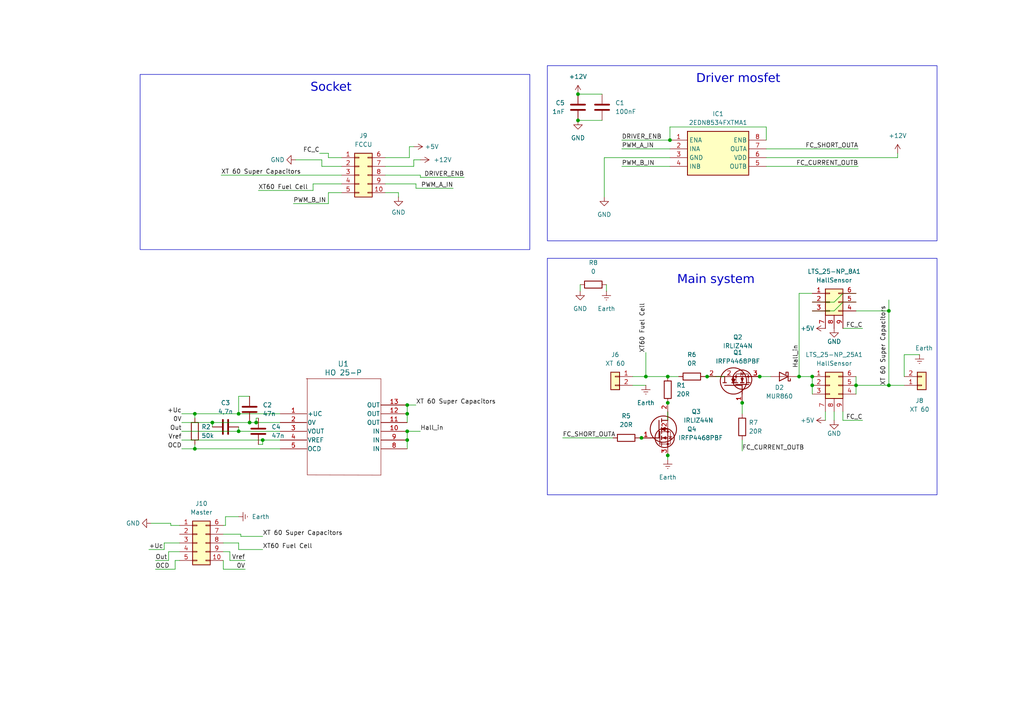
<source format=kicad_sch>
(kicad_sch (version 20250114) (generator "eeschema") (generator_version "9.0")
  (paper "A4")
  (lib_symbols
    (symbol "Connector_Generic:Conn_01x02" (pin_names (offset 1.016) (hide yes))
      (property "Reference" "J" (at 0 2.54 0))
      (property "Value" "Conn_01x02" (at 0 -5.08 0))
      (symbol "Conn_01x02_1_1"
        (rectangle (start -1.27 1.27) (end 1.27 -3.81) (stroke (width 0.254)) (fill (type background)))
        (rectangle (start -1.27 0.127) (end 0 -0.127) (stroke (width 0.1524)))
        (rectangle (start -1.27 -2.413) (end 0 -2.667) (stroke (width 0.1524)))
        (pin passive line (at -5.08 0 0) (length 3.81) (name "Pin_1") (number "1"))
        (pin passive line (at -5.08 -2.54 0) (length 3.81) (name "Pin_2") (number "2"))
      )
    )
    (symbol "Connector_Generic:Conn_02x03_Counter_Clockwise" (pin_names (offset 1.016) (hide yes))
      (property "Reference" "J10" (at 1.27 8.89 0))
      (property "Value" "HallSensor" (at 1.27 6.35 0))
      (symbol "Conn_02x03_Counter_Clockwise_1_1"
        (rectangle (start -1.27 3.81) (end 3.81 -3.81) (stroke (width 0.254)) (fill (type background)))
        (rectangle (start -1.27 2.667) (end 0 2.413) (stroke (width 0.1524)))
        (rectangle (start -1.27 0.127) (end 0 -0.127) (stroke (width 0.1524)))
        (rectangle (start -1.27 -2.413) (end 0 -2.667) (stroke (width 0.1524)))
        (rectangle (start 3.81 2.667) (end 2.54 2.413) (stroke (width 0.1524)))
        (rectangle (start 3.81 0.127) (end 2.54 -0.127) (stroke (width 0.1524)))
        (rectangle (start 3.81 -2.413) (end 2.54 -2.667) (stroke (width 0.1524)))
        (pin passive line (at -5.08 2.54 0) (length 3.81) (name "Pin_1") (number "1"))
        (pin passive line (at -5.08 0 0) (length 3.81) (name "Pin_2") (number "2"))
        (pin passive line (at -5.08 -2.54 0) (length 3.81) (name "Pin_3") (number "3"))
        (pin passive line (at -1.27 -7.62 90) (length 3.81) (name "OUT") (number "7"))
        (pin passive line (at 1.27 -7.62 90) (length 3.81) (name "0V") (number "8"))
        (pin passive line (at 3.81 -7.62 90) (length 3.81) (name "+5V") (number "9"))
        (pin passive line (at 7.62 2.54 180) (length 3.81) (name "Pin_6") (number "6"))
        (pin passive line (at 7.62 0 180) (length 3.81) (name "Pin_5") (number "5"))
        (pin passive line (at 7.62 -2.54 180) (length 3.81) (name "Pin_4") (number "4"))
      )
    )
    (symbol "Connector_Generic:Conn_02x05_Top_Bottom" (pin_names (offset 1.016) (hide yes))
      (property "Reference" "J" (at 1.27 7.62 0))
      (property "Value" "Conn_02x05_Top_Bottom" (at 1.27 -7.62 0))
      (symbol "Conn_02x05_Top_Bottom_1_1"
        (rectangle (start -1.27 6.35) (end 3.81 -6.35) (stroke (width 0.254)) (fill (type background)))
        (rectangle (start -1.27 5.207) (end 0 4.953) (stroke (width 0.1524)))
        (rectangle (start -1.27 2.667) (end 0 2.413) (stroke (width 0.1524)))
        (rectangle (start -1.27 0.127) (end 0 -0.127) (stroke (width 0.1524)))
        (rectangle (start -1.27 -2.413) (end 0 -2.667) (stroke (width 0.1524)))
        (rectangle (start -1.27 -4.953) (end 0 -5.207) (stroke (width 0.1524)))
        (rectangle (start 3.81 5.207) (end 2.54 4.953) (stroke (width 0.1524)))
        (rectangle (start 3.81 2.667) (end 2.54 2.413) (stroke (width 0.1524)))
        (rectangle (start 3.81 0.127) (end 2.54 -0.127) (stroke (width 0.1524)))
        (rectangle (start 3.81 -2.413) (end 2.54 -2.667) (stroke (width 0.1524)))
        (rectangle (start 3.81 -4.953) (end 2.54 -5.207) (stroke (width 0.1524)))
        (pin passive line (at -5.08 5.08 0) (length 3.81) (name "Pin_1") (number "1"))
        (pin passive line (at -5.08 2.54 0) (length 3.81) (name "Pin_2") (number "2"))
        (pin passive line (at -5.08 0 0) (length 3.81) (name "Pin_3") (number "3"))
        (pin passive line (at -5.08 -2.54 0) (length 3.81) (name "Pin_4") (number "4"))
        (pin passive line (at -5.08 -5.08 0) (length 3.81) (name "Pin_5") (number "5"))
        (pin passive line (at 7.62 5.08 180) (length 3.81) (name "Pin_6") (number "6"))
        (pin passive line (at 7.62 2.54 180) (length 3.81) (name "Pin_7") (number "7"))
        (pin passive line (at 7.62 0 180) (length 3.81) (name "Pin_8") (number "8"))
        (pin passive line (at 7.62 -2.54 180) (length 3.81) (name "Pin_9") (number "9"))
        (pin passive line (at 7.62 -5.08 180) (length 3.81) (name "Pin_10") (number "10"))
      )
    )
    (symbol "Device:C" (pin_numbers (hide yes)) (pin_names (offset 0.254))
      (property "Reference" "C" (at 0.635 2.54 0))
      (property "Value" "C" (at 0.635 -2.54 0))
      (symbol "C_0_1"
        (polyline (pts (xy -2.032 0.762) (xy 2.032 0.762)) (stroke (width 0.508)))
        (polyline (pts (xy -2.032 -0.762) (xy 2.032 -0.762)) (stroke (width 0.508)))
      )
      (symbol "C_1_1"
        (pin passive line (at 0 3.81 270) (length 2.794) (name "~") (number "1"))
        (pin passive line (at 0 -3.81 90) (length 2.794) (name "~") (number "2"))
      )
    )
    (symbol "Device:R" (pin_numbers (hide yes)) (pin_names (offset 0))
      (property "Reference" "R" (at 2.032 0 90))
      (property "Value" "R" (at 0 0 90))
      (symbol "R_0_1"
        (rectangle (start -1.016 -2.54) (end 1.016 2.54) (stroke (width 0.254)))
      )
      (symbol "R_1_1"
        (pin passive line (at 0 3.81 270) (length 1.27) (name "~") (number "1"))
        (pin passive line (at 0 -3.81 90) (length 1.27) (name "~") (number "2"))
      )
    )
    (symbol "Diode:C3D02060A" (pin_numbers (hide yes)) (pin_names (offset 1.016) (hide yes))
      (property "Reference" "D" (at 0 2.54 0))
      (property "Value" "C3D02060A" (at 0 -2.54 0))
      (symbol "C3D02060A_0_1"
        (polyline (pts (xy -1.905 0.635) (xy -1.905 1.27) (xy -1.27 1.27) (xy -1.27 -1.27) (xy -0.635 -1.27) (xy -0.635 -0.635)) (stroke (width 0.254)))
        (polyline (pts (xy 1.27 1.27) (xy 1.27 -1.27) (xy -1.27 0) (xy 1.27 1.27)) (stroke (width 0.254)))
        (polyline (pts (xy 1.27 0) (xy -1.27 0)))
      )
      (symbol "C3D02060A_1_1"
        (pin passive line (at -3.81 0 0) (length 2.54) (name "K") (number "1"))
        (pin passive line (at 3.81 0 180) (length 2.54) (name "A") (number "2"))
      )
    )
    (symbol "Driver mosfet Michał:2EDN8534FXTMA1"
      (property "Reference" "IC" (at 24.13 7.62 0))
      (property "Value" "2EDN8534FXTMA1" (at 24.13 5.08 0))
      (symbol "2EDN8534FXTMA1_1_1"
        (rectangle (start 5.08 2.54) (end 22.86 -10.16) (stroke (width 0.254)) (fill (type background)))
        (pin passive line (at 0 0 0) (length 5.08) (name "ENA") (number "1"))
        (pin passive line (at 0 -2.54 0) (length 5.08) (name "INA") (number "2"))
        (pin passive line (at 0 -5.08 0) (length 5.08) (name "GND") (number "3"))
        (pin passive line (at 0 -7.62 0) (length 5.08) (name "INB") (number "4"))
        (pin passive line (at 27.94 0 180) (length 5.08) (name "ENB") (number "8"))
        (pin passive line (at 27.94 -2.54 180) (length 5.08) (name "OUTA") (number "7"))
        (pin passive line (at 27.94 -5.08 180) (length 5.08) (name "VDD") (number "6"))
        (pin passive line (at 27.94 -7.62 180) (length 5.08) (name "OUTB") (number "5"))
      )
    )
    (symbol "GND_2" (power) (pin_numbers (hide yes)) (pin_names (offset 0) (hide yes))
      (property "Value" "GND" (at 0 -3.81 0))
      (symbol "GND_2_0_1"
        (polyline (pts (xy 0 0) (xy 0 -1.27) (xy 1.27 -1.27) (xy 0 -2.54) (xy -1.27 -1.27) (xy 0 -1.27)))
      )
      (symbol "GND_2_1_1"
        (pin power_in line (at 0 0 270) (length 0) (name "~") (number "1"))
      )
    )
    (symbol "IRFP4468PBF:IRFP4468PBF" (pin_names (hide yes))
      (property "Reference" "Q" (at 11.43 3.81 0))
      (property "Value" "IRFP4468PBF" (at 11.43 1.27 0))
      (symbol "IRFP4468PBF_1_1"
        (polyline (pts (xy 2.54 0) (xy 5.08 0)) (stroke (width 0.254)))
        (polyline (pts (xy 5.08 5.08) (xy 5.08 0)) (stroke (width 0.254)))
        (polyline (pts (xy 5.842 5.588) (xy 5.842 4.572)) (stroke (width 0.254)))
        (polyline (pts (xy 5.842 2.54) (xy 6.858 3.048) (xy 6.858 2.032) (xy 5.842 2.54)) (stroke (width 0.254)) (fill (type outline)))
        (polyline (pts (xy 5.842 2.032) (xy 5.842 3.048)) (stroke (width 0.254)))
        (polyline (pts (xy 5.842 0) (xy 7.62 0)) (stroke (width 0.254)))
        (polyline (pts (xy 5.842 -0.508) (xy 5.842 0.508)) (stroke (width 0.254)))
        (circle (center 6.35 2.54) (radius 3.81) (stroke (width 0.254)))
        (polyline (pts (xy 7.62 5.08) (xy 5.842 5.08)) (stroke (width 0.254)))
        (polyline (pts (xy 7.62 5.08) (xy 7.62 7.62)) (stroke (width 0.254)))
        (polyline (pts (xy 7.62 2.54) (xy 5.842 2.54)) (stroke (width 0.254)))
        (polyline (pts (xy 7.62 2.54) (xy 7.62 -2.54)) (stroke (width 0.254)))
        (pin passive line (at 0 0 0) (length 2.54) (name "G") (number "1"))
        (pin passive line (at 7.62 10.16 270) (length 2.54) (name "D") (number "2"))
        (pin passive line (at 7.62 -5.08 90) (length 2.54) (name "S") (number "3"))
      )
    )
    (symbol "LEM HO-25-p:HO_25-P" (pin_names (offset 0.254))
      (property "Reference" "U1" (at 62.738 11.938 0))
      (property "Value" "HO 25-P" (at 62.738 9.398 0))
      (symbol "HO_25-P_0_1"
        (polyline (pts (xy 52.2732 7.7216) (xy 52.2732 -20.2184)) (stroke (width 0.127)))
        (polyline (pts (xy 52.2732 -20.2692) (xy 73.66 -20.32)) (stroke (width 0.127)))
        (polyline (pts (xy 73.66 7.62) (xy 51.9684 7.62)) (stroke (width 0.127)))
        (polyline (pts (xy 73.66 -20.32) (xy 73.66 7.62)) (stroke (width 0.127)))
        (pin unspecified line (at 44.45 -2.54 0) (length 7.62) (name "+UC") (number "1"))
        (pin power_out line (at 44.45 -5.08 0) (length 7.62) (name "0V") (number "2"))
        (pin output line (at 44.45 -7.62 0) (length 7.62) (name "VOUT") (number "3"))
        (pin power_in line (at 44.45 -10.16 0) (length 7.62) (name "VREF") (number "4"))
        (pin unspecified line (at 44.45 -12.7 0) (length 7.62) (name "OCD") (number "5"))
        (pin output line (at 81.28 0 180) (length 7.62) (name "OUT") (number "13"))
        (pin output line (at 81.28 -2.54 180) (length 7.62) (name "OUT") (number "12"))
        (pin output line (at 81.28 -5.08 180) (length 7.62) (name "OUT") (number "11"))
        (pin input line (at 81.28 -7.62 180) (length 7.62) (name "IN") (number "10"))
        (pin input line (at 81.28 -10.16 180) (length 7.62) (name "IN") (number "9"))
        (pin input line (at 81.28 -12.7 180) (length 7.62) (name "IN") (number "8"))
      )
    )
    (symbol "Transistor_FET:IRLIZ44N" (pin_names (hide yes))
      (property "Reference" "Q" (at 5.08 1.905 0))
      (property "Value" "IRLIZ44N" (at 5.08 0 0))
      (symbol "IRLIZ44N_0_1"
        (polyline (pts (xy 0.254 1.905) (xy 0.254 -1.905)) (stroke (width 0.254)))
        (polyline (pts (xy 0.254 0) (xy -2.54 0)))
        (polyline (pts (xy 0.762 2.286) (xy 0.762 1.27)) (stroke (width 0.254)))
        (polyline (pts (xy 0.762 0.508) (xy 0.762 -0.508)) (stroke (width 0.254)))
        (polyline (pts (xy 0.762 -1.27) (xy 0.762 -2.286)) (stroke (width 0.254)))
        (polyline (pts (xy 0.762 -1.778) (xy 3.302 -1.778) (xy 3.302 1.778) (xy 0.762 1.778)))
        (polyline (pts (xy 1.016 0) (xy 2.032 0.381) (xy 2.032 -0.381) (xy 1.016 0)) (fill (type outline)))
        (circle (center 1.651 0) (radius 2.794) (stroke (width 0.254)))
        (polyline (pts (xy 2.54 2.54) (xy 2.54 1.778)))
        (circle (center 2.54 1.778) (radius 0.254) (fill (type outline)))
        (circle (center 2.54 -1.778) (radius 0.254) (fill (type outline)))
        (polyline (pts (xy 2.54 -2.54) (xy 2.54 0) (xy 0.762 0)))
        (polyline (pts (xy 2.794 0.508) (xy 2.921 0.381) (xy 3.683 0.381) (xy 3.81 0.254)))
        (polyline (pts (xy 3.302 0.381) (xy 2.921 -0.254) (xy 3.683 -0.254) (xy 3.302 0.381)))
      )
      (symbol "IRLIZ44N_1_1"
        (pin input line (at -5.08 0 0) (length 2.54) (name "G") (number "1"))
        (pin passive line (at 2.54 5.08 270) (length 2.54) (name "D") (number "2"))
        (pin passive line (at 2.54 -5.08 90) (length 2.54) (name "S") (number "3"))
      )
    )
    (symbol "power:+12V" (power) (pin_numbers (hide yes)) (pin_names (offset 0) (hide yes))
      (property "Value" "+12V" (at 0 3.556 0))
      (symbol "+12V_0_1"
        (polyline (pts (xy -0.762 1.27) (xy 0 2.54)))
        (polyline (pts (xy 0 2.54) (xy 0.762 1.27)))
        (polyline (pts (xy 0 0) (xy 0 2.54)))
      )
      (symbol "+12V_1_1"
        (pin power_in line (at 0 0 90) (length 0) (name "~") (number "1"))
      )
    )
    (symbol "power:+5V" (power) (pin_numbers (hide yes)) (pin_names (offset 0) (hide yes))
      (property "Value" "+5V" (at 0 3.556 0))
      (symbol "+5V_0_1"
        (polyline (pts (xy -0.762 1.27) (xy 0 2.54)))
        (polyline (pts (xy 0 2.54) (xy 0.762 1.27)))
        (polyline (pts (xy 0 0) (xy 0 2.54)))
      )
      (symbol "+5V_1_1"
        (pin power_in line (at 0 0 90) (length 0) (name "~") (number "1"))
      )
    )
    (symbol "power:Earth" (power) (pin_numbers (hide yes)) (pin_names (offset 0) (hide yes))
      (property "Value" "Earth" (at 0 -3.81 0))
      (symbol "Earth_0_1"
        (polyline (pts (xy -0.635 -1.905) (xy 0.635 -1.905)))
        (polyline (pts (xy -0.127 -2.54) (xy 0.127 -2.54)))
        (polyline (pts (xy 0 -1.27) (xy 0 0)))
        (polyline (pts (xy 1.27 -1.27) (xy -1.27 -1.27)))
      )
      (symbol "Earth_1_1"
        (pin power_in line (at 0 0 270) (length 0) (name "~") (number "1"))
      )
    )
  )
  (rectangle (start 158.75 19.05) (end 271.78 69.85))
  (rectangle (start 158.75 74.93) (end 271.78 143.51))
  (rectangle (start 40.64 21.59) (end 153.67 72.39))
  (text "Socket" (at 96.012 26.162 0) (effects (font (size 2.54 2.54))))
  (text "Main system" (at 207.645 81.915 0) (effects (font (size 2.54 2.54))))
  (text "Driver mosfet" (at 214.122 23.622 0) (effects (font (size 2.54 2.54))))
  (junction (at 61.595 122.555))
  (junction (at 118.11 125.095))
  (junction (at 69.215 125.095))
  (junction (at 220.345 109.22))
  (junction (at 248.285 111.76))
  (junction (at 205.105 109.22))
  (junction (at 215.265 116.84))
  (junction (at 194.31 40.64))
  (junction (at 167.64 34.925))
  (junction (at 118.11 117.475))
  (junction (at 193.675 109.22))
  (junction (at 235.585 111.76))
  (junction (at 231.775 109.22))
  (junction (at 56.515 120.015))
  (junction (at 56.515 130.175))
  (junction (at 76.2 127.635))
  (junction (at 193.675 132.08))
  (junction (at 167.64 27.305))
  (junction (at 193.675 116.84))
  (junction (at 74.295 122.555))
  (junction (at 118.11 120.015))
  (junction (at 257.81 111.76))
  (junction (at 72.39 122.555))
  (junction (at 187.325 109.22))
  (junction (at 235.585 109.22))
  (junction (at 257.81 90.17))
  (junction (at 118.11 127.635))
  (junction (at 186.055 127))
  (junction (at 69.215 120.015))
  (wire (pts (xy 120.65 53.34) (xy 111.76 53.34)))
  (wire (pts (xy 163.195 127) (xy 177.8 127)))
  (wire (pts (xy 194.31 40.64) (xy 194.31 36.83)))
  (wire (pts (xy 69.215 120.015) (xy 81.28 120.015)))
  (wire (pts (xy 115.57 55.88) (xy 111.76 55.88)))
  (wire (pts (xy 248.285 87.63) (xy 244.475 87.63)))
  (wire (pts (xy 168.275 82.55) (xy 168.275 84.455)))
  (wire (pts (xy 244.475 85.09) (xy 241.935 87.63)))
  (wire (pts (xy 47.625 157.48) (xy 52.07 157.48)))
  (wire (pts (xy 194.31 48.26) (xy 180.34 48.26)))
  (wire (pts (xy 76.2 155.575) (xy 69.85 155.575)))
  (wire (pts (xy 93.345 48.26) (xy 99.06 48.26)))
  (wire (pts (xy 220.345 109.22) (xy 223.52 109.22)))
  (wire (pts (xy 72.39 114.935) (xy 69.215 114.935)))
  (wire (pts (xy 239.395 119.38) (xy 239.395 121.92)))
  (wire (pts (xy 215.265 130.81) (xy 215.265 127.635)))
  (wire (pts (xy 193.675 116.84) (xy 193.675 121.92)))
  (wire (pts (xy 204.47 109.22) (xy 205.105 109.22)))
  (wire (pts (xy 69.215 159.385) (xy 69.215 157.48)))
  (wire (pts (xy 48.895 162.56) (xy 48.895 160.02)))
  (wire (pts (xy 121.92 125.095) (xy 118.11 125.095)))
  (wire (pts (xy 257.81 90.17) (xy 257.81 111.76)))
  (wire (pts (xy 66.675 162.56) (xy 66.675 160.02)))
  (wire (pts (xy 235.585 87.63) (xy 241.935 87.63)))
  (wire (pts (xy 194.31 36.83) (xy 222.25 36.83)))
  (wire (pts (xy 183.515 109.22) (xy 187.325 109.22)))
  (wire (pts (xy 65.405 152.4) (xy 64.77 152.4)))
  (wire (pts (xy 76.2 159.385) (xy 69.215 159.385)))
  (wire (pts (xy 248.92 43.18) (xy 222.25 43.18)))
  (wire (pts (xy 266.7 102.87) (xy 262.255 102.87)))
  (wire (pts (xy 74.93 55.245) (xy 90.805 55.245)))
  (wire (pts (xy 90.805 55.245) (xy 90.805 53.34)))
  (wire (pts (xy 64.135 50.8) (xy 99.06 50.8)))
  (wire (pts (xy 118.11 117.475) (xy 118.11 120.015)))
  (wire (pts (xy 66.675 160.02) (xy 64.77 160.02)))
  (wire (pts (xy 215.265 120.015) (xy 215.265 116.84)))
  (wire (pts (xy 65.405 149.86) (xy 65.405 152.4)))
  (wire (pts (xy 74.93 121.285) (xy 74.295 121.285)))
  (wire (pts (xy 61.595 122.555) (xy 72.39 122.555)))
  (wire (pts (xy 175.26 45.72) (xy 194.31 45.72)))
  (wire (pts (xy 49.53 151.765) (xy 49.53 152.4)))
  (wire (pts (xy 45.085 162.56) (xy 48.895 162.56)))
  (wire (pts (xy 120.015 48.26) (xy 111.76 48.26)))
  (wire (pts (xy 187.325 109.22) (xy 193.675 109.22)))
  (wire (pts (xy 241.935 119.38) (xy 241.935 121.92)))
  (wire (pts (xy 205.105 109.22) (xy 210.185 109.22)))
  (wire (pts (xy 235.585 111.76) (xy 235.585 114.3)))
  (wire (pts (xy 257.81 90.17) (xy 248.285 90.17)))
  (wire (pts (xy 231.775 109.22) (xy 235.585 109.22)))
  (wire (pts (xy 71.12 162.56) (xy 66.675 162.56)))
  (wire (pts (xy 250.19 95.25) (xy 244.475 95.25)))
  (wire (pts (xy 244.475 119.38) (xy 244.475 121.92)))
  (wire (pts (xy 95.25 44.45) (xy 95.25 45.72)))
  (wire (pts (xy 52.705 122.555) (xy 61.595 122.555)))
  (wire (pts (xy 52.705 120.015) (xy 56.515 120.015)))
  (wire (pts (xy 56.515 130.175) (xy 81.28 130.175)))
  (wire (pts (xy 180.34 43.18) (xy 194.31 43.18)))
  (wire (pts (xy 174.625 27.305) (xy 167.64 27.305)))
  (wire (pts (xy 118.11 125.095) (xy 118.11 127.635)))
  (wire (pts (xy 50.8 165.1) (xy 50.8 162.56)))
  (wire (pts (xy 56.515 120.015) (xy 69.215 120.015)))
  (wire (pts (xy 56.515 120.015) (xy 56.515 121.285)))
  (wire (pts (xy 121.92 51.435) (xy 134.62 51.435)))
  (wire (pts (xy 118.11 127.635) (xy 118.11 130.175)))
  (wire (pts (xy 120.65 54.61) (xy 131.445 54.61)))
  (wire (pts (xy 56.515 128.905) (xy 56.515 130.175)))
  (wire (pts (xy 231.14 109.22) (xy 231.775 109.22)))
  (wire (pts (xy 180.34 40.64) (xy 194.31 40.64)))
  (wire (pts (xy 120.65 117.475) (xy 118.11 117.475)))
  (wire (pts (xy 244.475 121.92) (xy 250.19 121.92)))
  (wire (pts (xy 85.725 46.355) (xy 93.345 46.355)))
  (wire (pts (xy 260.35 45.72) (xy 260.35 44.45)))
  (wire (pts (xy 248.285 85.09) (xy 244.475 85.09)))
  (wire (pts (xy 95.25 59.055) (xy 95.25 55.88)))
  (wire (pts (xy 193.675 132.08) (xy 193.675 133.35)))
  (wire (pts (xy 118.745 42.545) (xy 118.745 45.72)))
  (wire (pts (xy 174.625 34.925) (xy 167.64 34.925)))
  (wire (pts (xy 74.295 121.285) (xy 74.295 122.555)))
  (wire (pts (xy 52.705 130.175) (xy 56.515 130.175)))
  (wire (pts (xy 244.475 87.63) (xy 241.935 90.17)))
  (wire (pts (xy 257.81 86.995) (xy 257.81 90.17)))
  (wire (pts (xy 45.085 165.1) (xy 50.8 165.1)))
  (wire (pts (xy 69.215 123.825) (xy 69.215 125.095)))
  (wire (pts (xy 71.12 165.1) (xy 64.77 165.1)))
  (wire (pts (xy 43.815 151.765) (xy 49.53 151.765)))
  (wire (pts (xy 222.25 36.83) (xy 222.25 40.64)))
  (wire (pts (xy 222.25 45.72) (xy 260.35 45.72)))
  (wire (pts (xy 69.215 149.86) (xy 65.405 149.86)))
  (wire (pts (xy 257.81 111.76) (xy 262.255 111.76)))
  (wire (pts (xy 248.92 48.26) (xy 222.25 48.26)))
  (wire (pts (xy 69.215 114.935) (xy 69.215 120.015)))
  (wire (pts (xy 76.2 128.905) (xy 76.2 127.635)))
  (wire (pts (xy 235.585 109.22) (xy 235.585 111.76)))
  (wire (pts (xy 262.255 102.87) (xy 262.255 109.22)))
  (wire (pts (xy 231.775 85.09) (xy 231.775 109.22)))
  (wire (pts (xy 69.85 154.94) (xy 64.77 154.94)))
  (wire (pts (xy 95.25 45.72) (xy 99.06 45.72)))
  (wire (pts (xy 248.285 109.22) (xy 248.285 111.76)))
  (wire (pts (xy 92.71 44.45) (xy 95.25 44.45)))
  (wire (pts (xy 48.895 160.02) (xy 52.07 160.02)))
  (wire (pts (xy 69.215 157.48) (xy 64.77 157.48)))
  (wire (pts (xy 52.705 125.095) (xy 69.215 125.095)))
  (wire (pts (xy 69.215 125.095) (xy 81.28 125.095)))
  (wire (pts (xy 118.11 120.015) (xy 118.11 122.555)))
  (wire (pts (xy 121.92 46.355) (xy 120.015 46.355)))
  (wire (pts (xy 74.295 122.555) (xy 81.28 122.555)))
  (wire (pts (xy 76.2 127.635) (xy 81.28 127.635)))
  (wire (pts (xy 115.57 57.15) (xy 115.57 55.88)))
  (wire (pts (xy 121.92 50.8) (xy 111.76 50.8)))
  (wire (pts (xy 69.85 155.575) (xy 69.85 154.94)))
  (wire (pts (xy 95.25 55.88) (xy 99.06 55.88)))
  (wire (pts (xy 185.42 127) (xy 186.055 127)))
  (wire (pts (xy 187.325 111.76) (xy 183.515 111.76)))
  (wire (pts (xy 248.285 111.76) (xy 248.285 114.3)))
  (wire (pts (xy 193.675 109.22) (xy 196.85 109.22)))
  (wire (pts (xy 118.745 45.72) (xy 111.76 45.72)))
  (wire (pts (xy 52.705 127.635) (xy 76.2 127.635)))
  (wire (pts (xy 64.77 165.1) (xy 64.77 162.56)))
  (wire (pts (xy 61.595 122.555) (xy 61.595 123.825)))
  (wire (pts (xy 121.92 51.435) (xy 121.92 50.8)))
  (wire (pts (xy 93.345 46.355) (xy 93.345 48.26)))
  (wire (pts (xy 90.805 53.34) (xy 99.06 53.34)))
  (wire (pts (xy 85.09 59.055) (xy 95.25 59.055)))
  (wire (pts (xy 187.325 102.235) (xy 187.325 109.22)))
  (wire (pts (xy 120.65 54.61) (xy 120.65 53.34)))
  (wire (pts (xy 43.18 159.385) (xy 47.625 159.385)))
  (wire (pts (xy 248.285 111.76) (xy 257.81 111.76)))
  (wire (pts (xy 47.625 159.385) (xy 47.625 157.48)))
  (wire (pts (xy 235.585 85.09) (xy 231.775 85.09)))
  (wire (pts (xy 118.745 42.545) (xy 120.015 42.545)))
  (wire (pts (xy 50.8 162.56) (xy 52.07 162.56)))
  (wire (pts (xy 72.39 122.555) (xy 74.295 122.555)))
  (wire (pts (xy 120.015 46.355) (xy 120.015 48.26)))
  (wire (pts (xy 49.53 152.4) (xy 52.07 152.4)))
  (wire (pts (xy 175.895 82.55) (xy 175.895 84.455)))
  (wire (pts (xy 74.93 128.905) (xy 76.2 128.905)))
  (wire (pts (xy 175.26 57.15) (xy 175.26 45.72)))
  (wire (pts (xy 235.585 90.17) (xy 241.935 90.17)))
  (label "FC_C" (at 92.71 44.45 180))
  (label "FC_SHORT_OUTA" (at 248.92 43.18 180))
  (label "DRIVER_ENB" (at 134.62 51.435 180))
  (label "FC_CURRENT_OUTB" (at 215.265 130.81 0))
  (label "Hall_in" (at 121.92 125.095 0))
  (label "DRIVER_ENB" (at 180.34 40.64 0))
  (label "PWM_B_IN" (at 85.09 59.055 0))
  (label "FC_C" (at 250.19 95.25 180))
  (label "XT 60 Super Capacitors" (at 120.65 117.475 0))
  (label "XT 60 Super Capacitors" (at 76.2 155.575 0))
  (label "0V" (at 71.12 165.1 180))
  (label "OCD" (at 52.705 130.175 180))
  (label "Vref" (at 52.705 127.635 180))
  (label "PWM_A_IN" (at 180.34 43.18 0))
  (label "PWM_A_IN" (at 131.445 54.61 180))
  (label "FC_C" (at 250.19 121.92 180))
  (label "XT60 Fuel Cell" (at 76.2 159.385 0))
  (label "OCD" (at 45.085 165.1 0))
  (label "Out" (at 45.085 162.56 0))
  (label "Vref" (at 71.12 162.56 180))
  (label "0V" (at 52.705 122.555 180))
  (label "XT 60 Super Capacitors" (at 64.135 50.8 0))
  (label "PWM_B_IN" (at 180.34 48.26 0))
  (label "XT60 Fuel Cell" (at 74.93 55.245 0))
  (label "FC_SHORT_OUTA" (at 163.195 127 0))
  (label "XT60 Fuel Cell" (at 187.325 102.235 90))
  (label "+Uc" (at 43.18 159.385 0))
  (label "FC_CURRENT_OUTB" (at 248.92 48.26 180))
  (label "XT 60 Super Capacitors" (at 257.175 111.76 90))
  (label "Out" (at 52.705 125.095 180))
  (label "+Uc" (at 52.705 120.015 180))
  (label "Hall_in" (at 231.775 106.68 90))
  (symbol (lib_id "LEM HO-25-p:HO_25-P") (at 36.83 117.475 0) (unit 1)
    (property "Reference" "U1" (at 99.568 105.537 0) (effects (font (size 1.524 1.524))))
    (property "Value" "HO 25-P" (at 99.568 108.077 0) (effects (font (size 1.524 1.524))))
    (property "Footprint" "footprints:HO 25-P_LEM" (effects (hide yes)))
    (property "Datasheet" "HO 25-P" (effects (hide yes)))
  )
  (symbol (lib_id "IRFP4468PBF:IRFP4468PBF") (at 186.055 127 0) (unit 1)
    (property "Reference" "Q4" (at 200.66 124.46 0))
    (property "Value" "IRFP4468PBF" (at 203.2 127 0))
    (property "Footprint" "Library:TO546P531X1558X2499-3P" (effects (hide yes)))
    (property "Datasheet" "https://eagle.componentsearchengine.com/Datasheets/2/IRFP4468PBF.pdf" (effects (hide yes)))
    (property "Description" "INTERNATIONAL RECTIFIER - IRFP4468PBF - N CHANNEL MOSFET, 100V, 290A, TO-247AC" (effects (hide yes)))
    (property "Height" "5.31" (effects (hide yes)))
    (property "Mouser Part Number" "942-IRFP4468PBF" (effects (hide yes)))
    (property "Mouser Price/Stock" "https://www.mouser.co.uk/ProductDetail/Infineon-Technologies/IRFP4468PBF?qs=9%252BKlkBgLFf2xb8HkRZHvkw%3D%3D" (effects (hide yes)))
    (property "Manufacturer_Name" "Infineon" (effects (hide yes)))
    (property "Manufacturer_Part_Number" "IRFP4468PBF" (effects (hide yes)))
  )
  (symbol (lib_id "power:+5V") (at 120.015 42.545 270) (unit 1)
    (property "Reference" "#PWR012" (effects (hide yes)))
    (property "Value" "+5V" (at 123.19 42.5449 90) (effects (justify left)))
    (property "Description" "Power symbol creates a global label with name \"+5V\"" (effects (hide yes)))
  )
  (symbol (lib_id "Connector_Generic:Conn_02x05_Top_Bottom") (at 57.15 157.48 0) (unit 1)
    (property "Reference" "J10" (at 58.42 146.05 0))
    (property "Value" "Master" (at 58.42 148.59 0))
    (property "Footprint" "Connector_Molex:Molex_Mini-Fit_Jr_5569-10A1_2x05_P4.20mm_Horizontal" (effects (hide yes)))
    (property "Description" "Generic connector, double row, 02x05, top/bottom pin numbering scheme (row 1: 1...pins_per_row, row2: pins_per_row+1 ... num_pins), script generated (kicad-library-utils/schlib/autogen/connector/)" (effects (hide yes)))
  )
  (symbol (lib_id "Device:C") (at 72.39 118.745 0) (unit 1)
    (property "Reference" "C2" (at 76.2 117.4749 0) (effects (justify left)))
    (property "Value" "47n" (at 76.2 120.0149 0) (effects (justify left)))
    (property "Footprint" "Capacitor_SMD:C_1206_3216Metric" (effects (hide yes)))
    (property "Description" "Unpolarized capacitor" (effects (hide yes)))
  )
  (symbol (lib_id "power:+12V") (at 121.92 46.355 270) (unit 1)
    (property "Reference" "#PWR014" (effects (hide yes)))
    (property "Value" "+12V" (at 125.73 46.3549 90) (effects (justify left)))
    (property "Description" "Power symbol creates a global label with name \"+12V\"" (effects (hide yes)))
  )
  (symbol (lib_id "Device:C") (at 65.405 123.825 90) (unit 1)
    (property "Reference" "C3" (at 65.405 116.84 90))
    (property "Value" "4,7n" (at 65.405 119.38 90))
    (property "Footprint" "Capacitor_SMD:C_1206_3216Metric" (effects (hide yes)))
    (property "Description" "Unpolarized capacitor" (effects (hide yes)))
  )
  (symbol (lib_id "power:+5V") (at 239.395 121.92 90) (unit 1)
    (property "Reference" "#PWR011" (effects (hide yes)))
    (property "Value" "+5V" (at 236.22 121.9199 90) (effects (justify left)))
    (property "Description" "Power symbol creates a global label with name \"+5V\"" (effects (hide yes)))
  )
  (symbol (lib_id "Connector_Generic:Conn_01x02") (at 178.435 109.22 0) (mirror y) (unit 1)
    (property "Reference" "J6" (at 178.435 102.87 0))
    (property "Value" "XT 60" (at 178.435 105.41 0))
    (property "Footprint" "Connector_AMASS:AMASS_XT60PW-M_1x02_P7.20mm_Horizontal" (effects (hide yes)))
    (property "Description" "Generic connector, single row, 01x02, script generated (kicad-library-utils/schlib/autogen/connector/)" (effects (hide yes)))
  )
  (symbol (lib_name "GND_2") (lib_id "power:GND") (at 241.935 95.25 0) (unit 1)
    (property "Reference" "#PWR08" (effects (hide yes)))
    (property "Value" "GND" (at 241.935 99.06 0))
    (property "Description" "Power symbol creates a global label with name \"GND\" , ground" (effects (hide yes)))
  )
  (symbol (lib_id "Device:C") (at 174.625 31.115 0) (unit 1)
    (property "Reference" "C1" (at 178.435 29.8449 0) (effects (justify left)))
    (property "Value" "100nF" (at 178.435 32.3849 0) (effects (justify left)))
    (property "Footprint" "Capacitor_SMD:C_1206_3216Metric_Pad1.33x1.80mm_HandSolder" (effects (hide yes)))
    (property "Description" "Unpolarized capacitor" (effects (hide yes)))
  )
  (symbol (lib_id "Connector_Generic:Conn_01x02") (at 267.335 111.76 0) (mirror x) (unit 1)
    (property "Reference" "J8" (at 266.7 116.205 0))
    (property "Value" "XT 60" (at 266.7 118.745 0))
    (property "Footprint" "Connector_AMASS:AMASS_XT60PW-M_1x02_P7.20mm_Horizontal" (effects (hide yes)))
    (property "Description" "Generic connector, single row, 01x02, script generated (kicad-library-utils/schlib/autogen/connector/)" (effects (hide yes)))
  )
  (symbol (lib_id "Device:R") (at 200.66 109.22 270) (unit 1)
    (property "Reference" "R6" (at 200.66 102.87 90))
    (property "Value" "0R" (at 200.66 105.41 90))
    (property "Footprint" "Resistor_THT:R_Axial_DIN0309_L9.0mm_D3.2mm_P5.08mm_Vertical" (effects (hide yes)))
    (property "Description" "Resistor" (effects (hide yes)))
  )
  (symbol (lib_id "Connector_Generic:Conn_02x03_Counter_Clockwise") (at 240.665 111.76 0) (unit 1)
    (property "Reference" "LTS_25-NP_25A1" (at 241.935 102.87 0))
    (property "Value" "HallSensor" (at 241.935 105.41 0))
    (property "Footprint" "Library:LTS-25-NP_1" (effects (hide yes)))
    (property "Datasheet" "https://datasheet.datasheetarchive.com/originals/distributors/Datasheets-16/DSA-314834.pdf" (effects (hide yes)))
    (property "Description" "Generic connector, double row, 02x03, counter clockwise pin numbering scheme (similar to DIP package numbering), script generated (kicad-library-utils/schlib/autogen/connector/)" (effects (hide yes)))
  )
  (symbol (lib_id "Device:R") (at 181.61 127 270) (unit 1)
    (property "Reference" "R5" (at 181.61 120.65 90))
    (property "Value" "20R" (at 181.61 123.19 90))
    (property "Footprint" "Resistor_THT:R_Axial_DIN0309_L9.0mm_D3.2mm_P5.08mm_Vertical" (effects (hide yes)))
    (property "Description" "Resistor" (effects (hide yes)))
  )
  (symbol (lib_id "Connector_Generic:Conn_02x03_Counter_Clockwise") (at 240.665 87.63 0) (unit 1)
    (property "Reference" "LTS_25-NP_8A1" (at 241.935 78.74 0))
    (property "Value" "HallSensor" (at 241.935 81.28 0))
    (property "Footprint" "Library:LTS-25-NP_1" (effects (hide yes)))
    (property "Datasheet" "https://datasheet.datasheetarchive.com/originals/distributors/Datasheets-16/DSA-314834.pdf" (effects (hide yes)))
    (property "Description" "Generic connector, double row, 02x03, counter clockwise pin numbering scheme (similar to DIP package numbering), script generated (kicad-library-utils/schlib/autogen/connector/)" (effects (hide yes)))
  )
  (symbol (lib_id "IRFP4468PBF:IRFP4468PBF") (at 215.265 116.84 90) (unit 1)
    (property "Reference" "Q1" (at 213.995 102.235 90))
    (property "Value" "IRFP4468PBF" (at 213.995 104.775 90))
    (property "Footprint" "Library:TO546P531X1558X2499-3P" (effects (hide yes)))
    (property "Datasheet" "https://eagle.componentsearchengine.com/Datasheets/2/IRFP4468PBF.pdf" (effects (hide yes)))
    (property "Description" "INTERNATIONAL RECTIFIER - IRFP4468PBF - N CHANNEL MOSFET, 100V, 290A, TO-247AC" (effects (hide yes)))
    (property "Height" "5.31" (effects (hide yes)))
    (property "Mouser Part Number" "942-IRFP4468PBF" (effects (hide yes)))
    (property "Mouser Price/Stock" "https://www.mouser.co.uk/ProductDetail/Infineon-Technologies/IRFP4468PBF?qs=9%252BKlkBgLFf2xb8HkRZHvkw%3D%3D" (effects (hide yes)))
    (property "Manufacturer_Name" "Infineon" (effects (hide yes)))
    (property "Manufacturer_Part_Number" "IRFP4468PBF" (effects (hide yes)))
  )
  (symbol (lib_id "Connector_Generic:Conn_02x05_Top_Bottom") (at 104.14 50.8 0) (unit 1)
    (property "Reference" "J9" (at 105.41 39.37 0))
    (property "Value" "FCCU" (at 105.41 41.91 0))
    (property "Footprint" "Connector_Molex:Molex_Mini-Fit_Jr_5569-10A1_2x05_P4.20mm_Horizontal" (effects (hide yes)))
    (property "Description" "Generic connector, double row, 02x05, top/bottom pin numbering scheme (row 1: 1...pins_per_row, row2: pins_per_row+1 ... num_pins), script generated (kicad-library-utils/schlib/autogen/connector/)" (effects (hide yes)))
  )
  (symbol (lib_id "Diode:C3D02060A") (at 227.33 109.22 180) (unit 1)
    (property "Reference" "D2" (at 226.06 112.395 0))
    (property "Value" "MUR860" (at 226.06 114.935 0))
    (property "Footprint" "Package_TO_SOT_THT:TO-220-2_Vertical" (effects (hide yes)))
    (property "Datasheet" "https://www.wolfspeed.com/media/downloads/55/C3D02060A.pdf" (effects (hide yes)))
    (property "Description" "600V, 2A, SiC Schottky Diode, TO-220" (effects (hide yes)))
  )
  (symbol (lib_id "power:+5V") (at 239.395 95.25 90) (unit 1)
    (property "Reference" "#PWR015" (effects (hide yes)))
    (property "Value" "+5V" (at 236.22 95.2499 90) (effects (justify left)))
    (property "Description" "Power symbol creates a global label with name \"+5V\"" (effects (hide yes)))
  )
  (symbol (lib_id "Device:R") (at 215.265 123.825 0) (unit 1)
    (property "Reference" "R7" (at 217.17 122.5549 0) (effects (justify left)))
    (property "Value" "20R" (at 217.17 125.0949 0) (effects (justify left)))
    (property "Footprint" "Resistor_THT:R_Axial_DIN0309_L9.0mm_D3.2mm_P5.08mm_Vertical" (effects (hide yes)))
    (property "Description" "Resistor" (effects (hide yes)))
  )
  (symbol (lib_id "Transistor_FET:IRLIZ44N") (at 191.135 127 0) (unit 1)
    (property "Reference" "Q3" (at 201.93 119.38 0))
    (property "Value" "IRLIZ44N" (at 202.565 121.92 0))
    (property "Footprint" "Package_TO_SOT_THT:TO-220F-3_Vertical" (effects (hide yes)))
    (property "Datasheet" "http://www.irf.com/product-info/datasheets/data/irliz44n.pdf" (effects (hide yes)))
    (property "Description" "30A Id, 55V Vds, 22mOhm Rds, N-Channel HEXFET Power MOSFET, TO-220AB" (effects (hide yes)))
  )
  (symbol (lib_id "Device:R") (at 56.515 125.095 0) (unit 1)
    (property "Reference" "R2" (at 58.42 123.8249 0) (effects (justify left)))
    (property "Value" "50k" (at 58.42 126.3649 0) (effects (justify left)))
    (property "Footprint" "Resistor_SMD:R_1206_3216Metric" (effects (hide yes)))
    (property "Description" "Resistor" (effects (hide yes)))
  )
  (symbol (lib_id "power:+5V") (at 167.64 27.305 0) (unit 1)
    (property "Reference" "#PWR05" (effects (hide yes)))
    (property "Value" "+12V" (at 167.64 22.225 0))
    (property "Description" "Power symbol creates a global label with name \"+5V\"" (effects (hide yes)))
  )
  (symbol (lib_id "Device:R") (at 193.675 113.03 180) (unit 1)
    (property "Reference" "R1" (at 196.215 111.7599 0) (effects (justify right)))
    (property "Value" "20R" (at 196.215 114.2999 0) (effects (justify right)))
    (property "Footprint" "Resistor_THT:R_Axial_DIN0414_L11.9mm_D4.5mm_P7.62mm_Vertical" (effects (hide yes)))
    (property "Description" "Resistor" (effects (hide yes)))
  )
  (symbol (lib_id "Device:C") (at 167.64 31.115 0) (mirror y) (unit 1)
    (property "Reference" "C5" (at 163.83 29.8449 0) (effects (justify left)))
    (property "Value" "1nF" (at 163.83 32.3849 0) (effects (justify left)))
    (property "Footprint" "Capacitor_SMD:C_1206_3216Metric_Pad1.33x1.80mm_HandSolder" (effects (hide yes)))
    (property "Description" "Unpolarized capacitor" (effects (hide yes)))
  )
  (symbol (lib_id "power:Earth") (at 175.895 84.455 0) (unit 1)
    (property "Reference" "#PWR018" (effects (hide yes)))
    (property "Value" "Earth" (at 175.895 89.535 0))
    (property "Description" "Power symbol creates a global label with name \"Earth\"" (effects (hide yes)))
  )
  (symbol (lib_id "power:Earth") (at 193.675 133.35 0) (unit 1)
    (property "Reference" "#PWR07" (effects (hide yes)))
    (property "Value" "Earth" (at 193.675 138.43 0))
    (property "Description" "Power symbol creates a global label with name \"Earth\"" (effects (hide yes)))
  )
  (symbol (lib_id "Driver mosfet Michał:2EDN8534FXTMA1") (at 194.31 40.64 0) (unit 1)
    (property "Reference" "IC1" (at 208.28 33.02 0))
    (property "Value" "2EDN8534FXTMA1" (at 208.28 35.56 0))
    (property "Footprint" "Library:SOIC127P602X173-8N" (effects (hide yes)))
    (property "Datasheet" "https://www.infineon.com/cms/en/product/power/gate-driver-ics/?" (effects (hide yes)))
    (property "Description" "Gate Driver IC,DRIVER IC PG-DSO-8" (effects (hide yes)))
    (property "Height" "1.73" (effects (hide yes)))
    (property "Manufacturer_Name" "Infineon" (effects (hide yes)))
    (property "Manufacturer_Part_Number" "2EDN8534FXTMA1" (effects (hide yes)))
  )
  (symbol (lib_name "GND_2") (lib_id "power:GND") (at 168.275 84.455 0) (unit 1)
    (property "Reference" "#PWR017" (effects (hide yes)))
    (property "Value" "GND" (at 168.275 89.535 0))
    (property "Description" "Power symbol creates a global label with name \"GND\" , ground" (effects (hide yes)))
  )
  (symbol (lib_id "Transistor_FET:IRLIZ44N") (at 215.265 111.76 90) (unit 1)
    (property "Reference" "Q2" (at 213.995 97.79 90))
    (property "Value" "IRLIZ44N" (at 213.995 100.33 90))
    (property "Footprint" "Package_TO_SOT_THT:TO-220F-3_Vertical" (effects (hide yes)))
    (property "Datasheet" "http://www.irf.com/product-info/datasheets/data/irliz44n.pdf" (effects (hide yes)))
    (property "Description" "30A Id, 55V Vds, 22mOhm Rds, N-Channel HEXFET Power MOSFET, TO-220AB" (effects (hide yes)))
  )
  (symbol (lib_name "GND_2") (lib_id "power:GND") (at 85.725 46.355 270) (unit 1)
    (property "Reference" "#PWR010" (effects (hide yes)))
    (property "Value" "GND" (at 82.55 46.3549 90) (effects (justify right)))
    (property "Description" "Power symbol creates a global label with name \"GND\" , ground" (effects (hide yes)))
  )
  (symbol (lib_id "Device:R") (at 172.085 82.55 270) (unit 1)
    (property "Reference" "R8" (at 172.085 76.2 90))
    (property "Value" "0" (at 172.085 78.74 90))
    (property "Footprint" "Resistor_THT:R_Axial_DIN0309_L9.0mm_D3.2mm_P5.08mm_Vertical" (effects (hide yes)))
    (property "Description" "Resistor" (effects (hide yes)))
  )
  (symbol (lib_id "power:+5V") (at 260.35 44.45 0) (unit 1)
    (property "Reference" "#PWR03" (effects (hide yes)))
    (property "Value" "+12V" (at 260.35 39.37 0))
    (property "Description" "Power symbol creates a global label with name \"+5V\"" (effects (hide yes)))
  )
  (symbol (lib_name "GND_2") (lib_id "power:GND") (at 43.815 151.765 270) (unit 1)
    (property "Reference" "#PWR021" (effects (hide yes)))
    (property "Value" "GND" (at 40.64 151.7649 90) (effects (justify right)))
    (property "Description" "Power symbol creates a global label with name \"GND\" , ground" (effects (hide yes)))
  )
  (symbol (lib_name "GND_2") (lib_id "power:GND") (at 241.935 121.92 0) (unit 1)
    (property "Reference" "#PWR019" (effects (hide yes)))
    (property "Value" "GND" (at 241.935 125.73 0))
    (property "Description" "Power symbol creates a global label with name \"GND\" , ground" (effects (hide yes)))
  )
  (symbol (lib_name "GND_2") (lib_id "power:GND") (at 167.64 34.925 0) (unit 1)
    (property "Reference" "#PWR016" (effects (hide yes)))
    (property "Value" "GND" (at 167.64 40.005 0))
    (property "Description" "Power symbol creates a global label with name \"GND\" , ground" (effects (hide yes)))
  )
  (symbol (lib_id "power:Earth") (at 266.7 102.87 0) (unit 1)
    (property "Reference" "#PWR09" (effects (hide yes)))
    (property "Value" "Earth" (at 265.43 100.965 0) (effects (justify left)))
    (property "Description" "Power symbol creates a global label with name \"Earth\"" (effects (hide yes)))
  )
  (symbol (lib_name "GND_2") (lib_id "power:GND") (at 115.57 57.15 0) (unit 1)
    (property "Reference" "#PWR020" (effects (hide yes)))
    (property "Value" "GND" (at 115.57 61.595 0))
    (property "Description" "Power symbol creates a global label with name \"GND\" , ground" (effects (hide yes)))
  )
  (symbol (lib_id "Device:C") (at 74.93 125.095 0) (unit 1)
    (property "Reference" "C4" (at 78.74 123.8249 0) (effects (justify left)))
    (property "Value" "47n" (at 78.74 126.3649 0) (effects (justify left)))
    (property "Footprint" "Capacitor_SMD:C_1206_3216Metric" (effects (hide yes)))
    (property "Description" "Unpolarized capacitor" (effects (hide yes)))
  )
  (symbol (lib_name "GND_2") (lib_id "power:GND") (at 175.26 57.15 0) (unit 1)
    (property "Reference" "#PWR013" (effects (hide yes)))
    (property "Value" "GND" (at 175.26 62.23 0))
    (property "Description" "Power symbol creates a global label with name \"GND\" , ground" (effects (hide yes)))
  )
  (symbol (lib_id "power:Earth") (at 69.215 149.86 90) (unit 1)
    (property "Reference" "#PWR06" (effects (hide yes)))
    (property "Value" "Earth" (at 73.025 149.8599 90) (effects (justify right)))
    (property "Description" "Power symbol creates a global label with name \"Earth\"" (effects (hide yes)))
  )
  (symbol (lib_id "power:Earth") (at 187.325 111.76 0) (unit 1)
    (property "Reference" "#PWR04" (effects (hide yes)))
    (property "Value" "Earth" (at 187.325 116.84 0))
    (property "Description" "Power symbol creates a global label with name \"Earth\"" (effects (hide yes)))
  )
)
</source>
